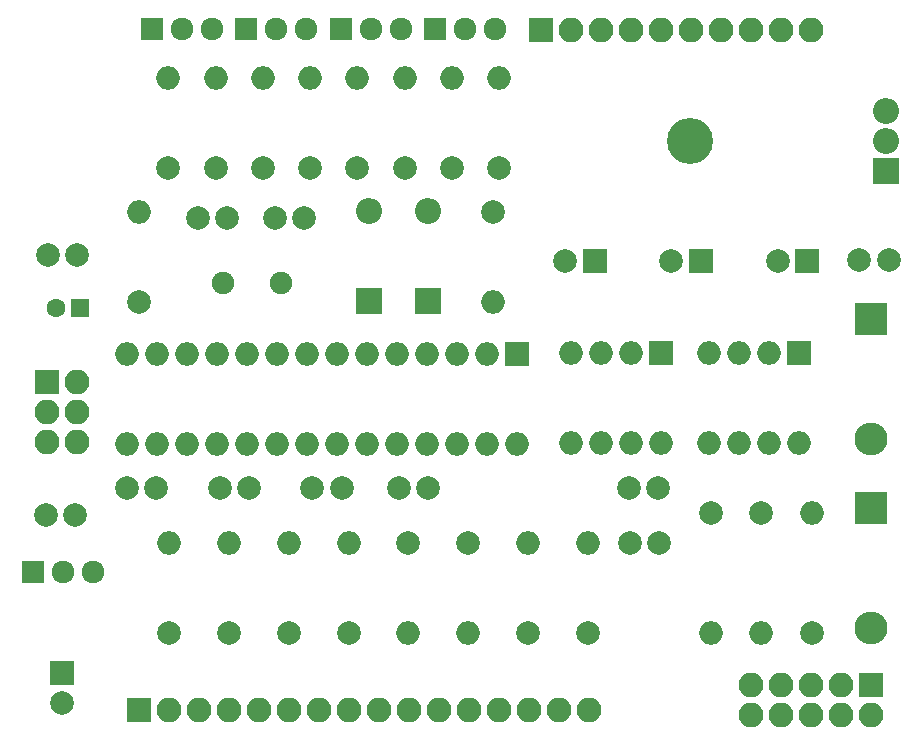
<source format=gbs>
G04 #@! TF.GenerationSoftware,KiCad,Pcbnew,(5.1.2)-1*
G04 #@! TF.CreationDate,2021-04-14T19:23:14-07:00*
G04 #@! TF.ProjectId,kicad-cpu-board,6b696361-642d-4637-9075-2d626f617264,rev?*
G04 #@! TF.SameCoordinates,Original*
G04 #@! TF.FileFunction,Soldermask,Bot*
G04 #@! TF.FilePolarity,Negative*
%FSLAX46Y46*%
G04 Gerber Fmt 4.6, Leading zero omitted, Abs format (unit mm)*
G04 Created by KiCad (PCBNEW (5.1.2)-1) date 2021-04-14 19:23:14*
%MOMM*%
%LPD*%
G04 APERTURE LIST*
%ADD10C,1.920000*%
%ADD11R,1.920000X1.920000*%
%ADD12C,2.000000*%
%ADD13O,2.000000X2.000000*%
%ADD14R,2.100000X2.100000*%
%ADD15O,2.100000X2.100000*%
%ADD16R,2.000000X2.000000*%
%ADD17C,1.600000*%
%ADD18R,1.600000X1.600000*%
%ADD19O,2.200000X2.200000*%
%ADD20R,2.200000X2.200000*%
%ADD21R,2.800000X2.800000*%
%ADD22O,2.800000X2.800000*%
%ADD23O,3.900000X3.900000*%
%ADD24C,1.900000*%
G04 APERTURE END LIST*
D10*
X29611320Y-95415100D03*
X32151320Y-95415100D03*
D11*
X27071320Y-95415100D03*
D10*
X55647700Y-49500000D03*
X58187700Y-49500000D03*
D11*
X53107700Y-49500000D03*
D10*
X39647700Y-49500000D03*
X42187700Y-49500000D03*
D11*
X37107700Y-49500000D03*
D10*
X47647700Y-49500000D03*
X50187700Y-49500000D03*
D11*
X45107700Y-49500000D03*
D10*
X63647700Y-49500000D03*
X66187700Y-49500000D03*
D11*
X61107700Y-49500000D03*
D12*
X80086840Y-93002100D03*
X77586840Y-93002100D03*
X88713530Y-90421460D03*
D13*
X88713530Y-100581460D03*
D12*
X93000000Y-100621460D03*
D13*
X93000000Y-90461460D03*
D12*
X84427060Y-90421460D03*
D13*
X84427060Y-100581460D03*
D14*
X36007040Y-107099100D03*
D15*
X38547040Y-107099100D03*
X41087040Y-107099100D03*
X43627040Y-107099100D03*
X46167040Y-107099100D03*
X48707040Y-107099100D03*
X51247040Y-107099100D03*
X53787040Y-107099100D03*
X56327040Y-107099100D03*
X58867040Y-107099100D03*
X61407040Y-107099100D03*
X63947040Y-107099100D03*
X66487040Y-107099100D03*
X69027040Y-107099100D03*
X71567040Y-107099100D03*
X74107040Y-107099100D03*
D16*
X80200000Y-76900000D03*
D13*
X72580000Y-84520000D03*
X77660000Y-76900000D03*
X75120000Y-84520000D03*
X75120000Y-76900000D03*
X77660000Y-84520000D03*
X72580000Y-76900000D03*
X80200000Y-84520000D03*
D12*
X97000000Y-69000000D03*
X99500000Y-69000000D03*
X30625001Y-90625001D03*
X28125001Y-90625001D03*
D13*
X68000000Y-84620000D03*
X34980000Y-77000000D03*
X65460000Y-84620000D03*
X37520000Y-77000000D03*
X62920000Y-84620000D03*
X40060000Y-77000000D03*
X60380000Y-84620000D03*
X42600000Y-77000000D03*
X57840000Y-84620000D03*
X45140000Y-77000000D03*
X55300000Y-84620000D03*
X47680000Y-77000000D03*
X52760000Y-84620000D03*
X50220000Y-77000000D03*
X50220000Y-84620000D03*
X52760000Y-77000000D03*
X47680000Y-84620000D03*
X55300000Y-77000000D03*
X45140000Y-84620000D03*
X57840000Y-77000000D03*
X42600000Y-84620000D03*
X60380000Y-77000000D03*
X40060000Y-84620000D03*
X62920000Y-77000000D03*
X37520000Y-84620000D03*
X65460000Y-77000000D03*
X34980000Y-84620000D03*
D16*
X68000000Y-77000000D03*
D12*
X72100000Y-69100000D03*
D16*
X74600000Y-69100000D03*
D17*
X29000000Y-73100000D03*
D18*
X31000000Y-73100000D03*
D12*
X80000000Y-88350000D03*
X77500000Y-88350000D03*
X45350000Y-88350000D03*
X42850000Y-88350000D03*
X50000000Y-65500000D03*
X47500000Y-65500000D03*
X53200000Y-88350000D03*
X50700000Y-88350000D03*
X41000000Y-65500000D03*
X43500000Y-65500000D03*
D16*
X29525000Y-104000000D03*
D12*
X29525000Y-106500000D03*
X90100000Y-69100000D03*
D16*
X92600000Y-69100000D03*
X83600000Y-69100000D03*
D12*
X81100000Y-69100000D03*
X30775000Y-68600000D03*
X28275000Y-68600000D03*
X37500000Y-88350000D03*
X35000000Y-88350000D03*
X58000000Y-88350000D03*
X60500000Y-88350000D03*
D19*
X60500000Y-64880000D03*
D20*
X60500000Y-72500000D03*
X55500000Y-72500000D03*
D19*
X55500000Y-64880000D03*
D21*
X98000000Y-74000000D03*
D22*
X98000000Y-84160000D03*
X98000000Y-100160000D03*
D21*
X98000000Y-90000000D03*
D15*
X30790000Y-84480000D03*
X28250000Y-84480000D03*
X30790000Y-81940000D03*
X28250000Y-81940000D03*
X30790000Y-79400000D03*
D14*
X28250000Y-79400000D03*
D15*
X92875993Y-49594547D03*
X90335993Y-49594547D03*
X87795993Y-49594547D03*
X85255993Y-49594547D03*
X82715993Y-49594547D03*
X80175993Y-49594547D03*
X77635993Y-49594547D03*
X75095993Y-49594547D03*
X72555993Y-49594547D03*
D14*
X70015993Y-49594547D03*
D15*
X87840000Y-107540000D03*
X87840000Y-105000000D03*
X90380000Y-107540000D03*
X90380000Y-105000000D03*
X92920000Y-107540000D03*
X92920000Y-105000000D03*
X95460000Y-107540000D03*
X95460000Y-105000000D03*
X98000000Y-107540000D03*
D14*
X98000000Y-105000000D03*
D12*
X36000000Y-72600000D03*
D13*
X36000000Y-64980000D03*
D12*
X66000000Y-65000000D03*
D13*
X66000000Y-72620000D03*
D12*
X38600000Y-100600000D03*
D13*
X38600000Y-92980000D03*
X62500000Y-53580000D03*
D12*
X62500000Y-61200000D03*
D13*
X66500000Y-53580000D03*
D12*
X66500000Y-61200000D03*
X46500000Y-61200000D03*
D13*
X46500000Y-53580000D03*
X50500000Y-53580000D03*
D12*
X50500000Y-61200000D03*
D13*
X43657142Y-92980000D03*
D12*
X43657142Y-100600000D03*
D13*
X38500000Y-53580000D03*
D12*
X38500000Y-61200000D03*
X42500000Y-61200000D03*
D13*
X42500000Y-53580000D03*
X54500000Y-53580000D03*
D12*
X54500000Y-61200000D03*
X58500000Y-61200000D03*
D13*
X58500000Y-53580000D03*
X48714284Y-92980000D03*
D12*
X48714284Y-100600000D03*
X58828568Y-92950000D03*
D13*
X58828568Y-100570000D03*
X53771426Y-92980000D03*
D12*
X53771426Y-100600000D03*
X74000000Y-100600000D03*
D13*
X74000000Y-92980000D03*
X63885710Y-100570000D03*
D12*
X63885710Y-92950000D03*
X68942852Y-100600000D03*
D13*
X68942852Y-92980000D03*
D19*
X99300000Y-56420000D03*
X99300000Y-58960000D03*
D20*
X99300000Y-61500000D03*
D23*
X82640000Y-58960000D03*
D13*
X91900000Y-84520000D03*
X84280000Y-76900000D03*
X89360000Y-84520000D03*
X86820000Y-76900000D03*
X86820000Y-84520000D03*
X89360000Y-76900000D03*
X84280000Y-84520000D03*
D16*
X91900000Y-76900000D03*
D24*
X43100000Y-71000000D03*
X48000000Y-71000000D03*
M02*

</source>
